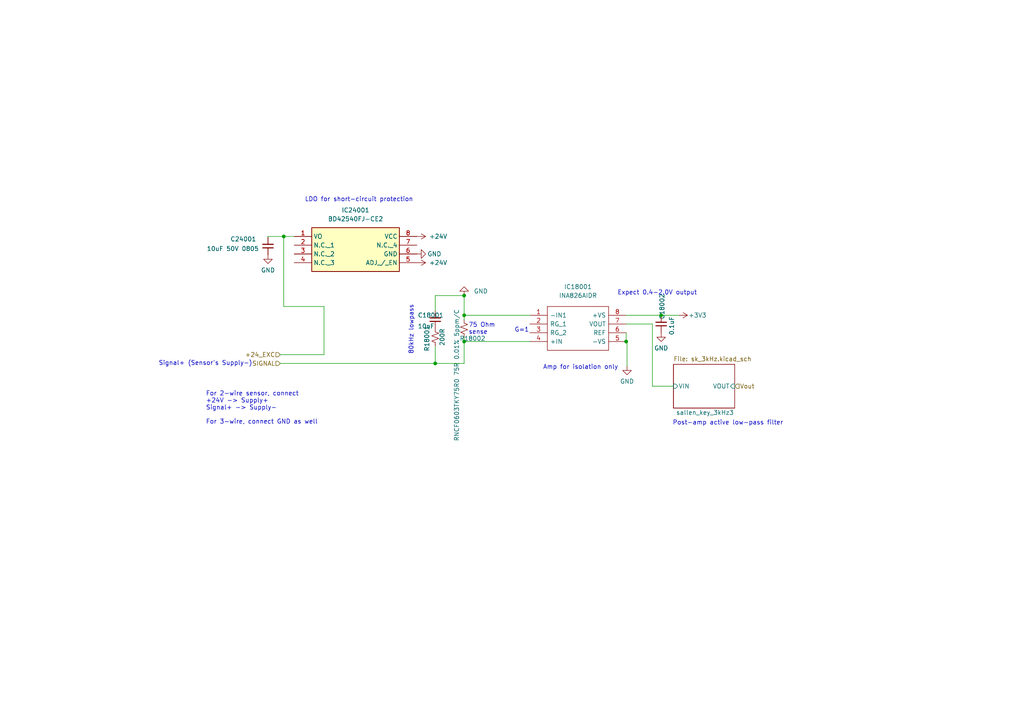
<source format=kicad_sch>
(kicad_sch (version 20231120) (generator "eeschema") (generator_version "8.0")
  (paper "A4")
  (lib_symbols
    (symbol "Device:C_Small" (pin_numbers hide) (pin_names (offset 0.254) hide)
      (property "Reference" "C" (at 0.254 1.778 0))
      (property "Value" "C_Small" (at 0.254 -2.032 0))
      (symbol "C_Small_0_1"
        (polyline (pts (xy -1.524 -0.508) (xy 1.524 -0.508)) (stroke (width 0.3302)))
        (polyline (pts (xy -1.524 0.508) (xy 1.524 0.508)) (stroke (width 0.3048)))
      )
      (symbol "C_Small_1_1"
        (pin passive line (at 0 2.54 270) (length 2.032) (name "~") (number "1"))
        (pin passive line (at 0 -2.54 90) (length 2.032) (name "~") (number "2"))
      )
    )
    (symbol "Device:R_Small_US" (pin_numbers hide) (pin_names (offset 0.254) hide)
      (property "Reference" "R" (at 0.762 0.508 0))
      (property "Value" "R_Small_US" (at 0.762 -1.016 0))
      (symbol "R_Small_US_1_1"
        (polyline (pts (xy 0 0) (xy 1.016 -0.381) (xy 0 -0.762) (xy -1.016 -1.143) (xy 0 -1.524)))
        (polyline (pts (xy 0 1.524) (xy 1.016 1.143) (xy 0 0.762) (xy -1.016 0.381) (xy 0 0)))
        (pin passive line (at 0 2.54 270) (length 1.016) (name "~") (number "1"))
        (pin passive line (at 0 -2.54 90) (length 1.016) (name "~") (number "2"))
      )
    )
    (symbol "aaa:BD42540FJ-CE2"
      (property "Reference" "IC" (at 31.75 7.62 0))
      (property "Value" "BD42540FJ-CE2" (at 31.75 5.08 0))
      (symbol "BD42540FJ-CE2_1_1"
        (rectangle (start 5.08 2.54) (end 30.48 -10.16) (stroke (width 0.254)) (fill (type background)))
        (pin passive line (at 0 0 0) (length 5.08) (name "VO") (number "1"))
        (pin passive line (at 0 -2.54 0) (length 5.08) (name "N.C._1") (number "2"))
        (pin passive line (at 0 -5.08 0) (length 5.08) (name "N.C._2") (number "3"))
        (pin passive line (at 0 -7.62 0) (length 5.08) (name "N.C._3") (number "4"))
        (pin passive line (at 35.56 -7.62 180) (length 5.08) (name "ADJ_/_EN") (number "5"))
        (pin passive line (at 35.56 -5.08 180) (length 5.08) (name "GND") (number "6"))
        (pin passive line (at 35.56 -2.54 180) (length 5.08) (name "N.C._4") (number "7"))
        (pin passive line (at 35.56 0 180) (length 5.08) (name "VCC") (number "8"))
      )
    )
    (symbol "aaa:INA826AIDR" (pin_names (offset 0.762))
      (property "Reference" "IC" (at 24.13 7.62 0))
      (property "Value" "INA826AIDR" (at 24.13 5.08 0))
      (symbol "INA826AIDR_0_0"
        (pin passive line (at 0 0 0) (length 5.08) (name "-IN1") (number "1"))
        (pin passive line (at 0 -2.54 0) (length 5.08) (name "RG_1") (number "2"))
        (pin passive line (at 0 -5.08 0) (length 5.08) (name "RG_2") (number "3"))
        (pin passive line (at 0 -7.62 0) (length 5.08) (name "+IN") (number "4"))
        (pin passive line (at 27.94 -7.62 180) (length 5.08) (name "-VS") (number "5"))
        (pin passive line (at 27.94 -5.08 180) (length 5.08) (name "REF") (number "6"))
        (pin passive line (at 27.94 -2.54 180) (length 5.08) (name "VOUT") (number "7"))
        (pin passive line (at 27.94 0 180) (length 5.08) (name "+VS") (number "8"))
      )
      (symbol "INA826AIDR_0_1"
        (polyline (pts (xy 5.08 2.54) (xy 22.86 2.54) (xy 22.86 -10.16) (xy 5.08 -10.16) (xy 5.08 2.54)) (stroke (width 0.1524)))
      )
    )
    (symbol "power:+24V" (power) (pin_names (offset 0))
      (property "Value" "+24V" (at 0 3.556 0))
      (symbol "+24V_0_1"
        (polyline (pts (xy -0.762 1.27) (xy 0 2.54)))
        (polyline (pts (xy 0 0) (xy 0 2.54)))
        (polyline (pts (xy 0 2.54) (xy 0.762 1.27)))
      )
      (symbol "+24V_1_1"
        (pin power_in line (at 0 0 90) (length 0) hide (name "+24V") (number "1"))
      )
    )
    (symbol "power:+3V3" (power) (pin_numbers hide) (pin_names (offset 0) hide)
      (property "Value" "+3V3" (at 0 3.556 0))
      (symbol "+3V3_0_1"
        (polyline (pts (xy -0.762 1.27) (xy 0 2.54)))
        (polyline (pts (xy 0 0) (xy 0 2.54)))
        (polyline (pts (xy 0 2.54) (xy 0.762 1.27)))
      )
      (symbol "+3V3_1_1"
        (pin power_in line (at 0 0 90) (length 0) (name "~") (number "1"))
      )
    )
    (symbol "power:GND" (power) (pin_names (offset 0))
      (property "Value" "GND" (at 0 -3.81 0))
      (symbol "GND_0_1"
        (polyline (pts (xy 0 0) (xy 0 -1.27) (xy 1.27 -1.27) (xy 0 -2.54) (xy -1.27 -1.27) (xy 0 -1.27)))
      )
      (symbol "GND_1_1"
        (pin power_in line (at 0 0 270) (length 0) hide (name "GND") (number "1"))
      )
    )
  )
  (junction (at 191.77 91.44))
  (junction (at 181.61 99.06))
  (junction (at 134.62 99.06))
  (junction (at 134.62 85.725))
  (junction (at 126.238 105.41))
  (junction (at 82.296 68.58))
  (junction (at 134.62 91.44))
  (wire (pts (xy 181.864 99.06) (xy 181.61 99.06)))
  (wire (pts (xy 126.238 105.41) (xy 134.62 105.41)))
  (wire (pts (xy 126.238 85.725) (xy 134.62 85.725)))
  (wire (pts (xy 126.238 100.33) (xy 126.238 105.41)))
  (wire (pts (xy 82.296 88.9) (xy 93.98 88.9)))
  (wire (pts (xy 93.98 88.9) (xy 93.98 102.87)))
  (wire (pts (xy 81.28 105.41) (xy 126.238 105.41)))
  (wire (pts (xy 195.326 112.014) (xy 189.23 112.014)))
  (wire (pts (xy 82.296 68.58) (xy 82.296 88.9)))
  (wire (pts (xy 77.724 68.834) (xy 77.724 68.58)))
  (wire (pts (xy 181.61 96.52) (xy 181.61 99.06)))
  (wire (pts (xy 181.61 91.44) (xy 191.77 91.44)))
  (wire (pts (xy 189.23 112.014) (xy 189.23 93.98)))
  (wire (pts (xy 181.864 99.06) (xy 181.864 106.172)))
  (wire (pts (xy 191.77 91.44) (xy 196.85 91.44)))
  (wire (pts (xy 134.62 91.44) (xy 134.62 85.725)))
  (wire (pts (xy 134.62 99.06) (xy 153.67 99.06)))
  (wire (pts (xy 134.62 91.44) (xy 134.62 92.71)))
  (wire (pts (xy 134.62 99.06) (xy 134.62 105.41)))
  (wire (pts (xy 134.62 91.44) (xy 153.67 91.44)))
  (wire (pts (xy 181.61 93.98) (xy 189.23 93.98)))
  (wire (pts (xy 77.724 68.58) (xy 82.296 68.58)))
  (wire (pts (xy 85.344 68.58) (xy 82.296 68.58)))
  (wire (pts (xy 93.98 102.87) (xy 81.28 102.87)))
  (wire (pts (xy 126.238 90.17) (xy 126.238 85.725)))
  (wire (pts (xy 134.62 97.79) (xy 134.62 99.06)))
  (text "Signal+ (Sensor's Supply-)" (at 45.974 106.172 0) (effects (font (size 1.27 1.27)) (justify left bottom)))
  (text "For 2-wire sensor, connect\n+24V -> Supply+\nSignal+ -> Supply-\n\nFor 3-wire, connect GND as well" (at 59.69 123.19 0) (effects (font (size 1.27 1.27)) (justify left bottom)))
  (text "LDO for short-circuit protection" (at 88.392 58.674 0) (effects (font (size 1.27 1.27)) (justify left bottom)))
  (text "80kHz lowpass" (at 120.015 102.87 90) (effects (font (size 1.27 1.27)) (justify left bottom)))
  (text "75 Ohm\nsense" (at 135.89 97.155 0) (effects (font (size 1.27 1.27)) (justify left bottom)))
  (text "G=1" (at 149.225 96.52 0) (effects (font (size 1.27 1.27)) (justify left bottom)))
  (text "Post-amp active low-pass filter" (at 195.072 123.444 0) (effects (font (size 1.27 1.27)) (justify left bottom)))
  (text "Expect 0.4-2.0V output" (at 179.07 85.725 0) (effects (font (size 1.27 1.27)) (justify left bottom)))
  (text "Amp for isolation only" (at 157.48 107.315 0) (effects (font (size 1.27 1.27)) (justify left bottom)))
  (hierarchical_label "+24_EXC" (shape input) (at 81.28 102.87 180))
  (hierarchical_label "Vout" (shape input) (at 213.106 112.014 0))
  (hierarchical_label "SIGNAL" (shape input) (at 81.28 105.41 180))
  (symbol (lib_id "Device:C_Small") (at 126.238 92.71 180) (unit 1)
    (property "Reference" "C18001" (at 121.158 91.44 0) (effects (justify right)))
    (property "Value" "10nF" (at 121.158 94.615 0) (effects (justify right)))
    (property "Footprint" "Capacitor_SMD:C_0402_1005Metric" (effects (hide yes)))
    (property "LCSC" "C15195" (effects (hide yes)))
    (instances (project "simplicity_analog_1" (path "" (reference "C18001") (unit 1)) (path "" (reference "C14001") (unit 1)) (path "" (reference "C11001") (unit 1)) (path "" (reference "C22001") (unit 1))) (project "analog_frontend_panel" (path "" (reference "C31") (unit 1)) (path "" (reference "C28") (unit 1)) (path "" (reference "C25") (unit 1)) (path "" (reference "C34") (unit 1))))
  )
  (symbol (lib_id "Device:R_Small_US") (at 134.62 95.25 0) (unit 1)
    (property "Reference" "R18002" (at 140.843 98.171 0) (effects (justify right)))
    (property "Value" "RNCF0603TKY75R0 75R 0.01% 5ppm/C" (at 132.461 89.662 90) (effects (justify right)))
    (property "Footprint" "Resistor_SMD:R_0603_1608Metric" (effects (hide yes)))
    (property "LCSC" "C2482496" (effects (hide yes)))
    (instances (project "simplicity_analog_1" (path "" (reference "R18002") (unit 1)) (path "" (reference "R14002") (unit 1)) (path "" (reference "R11002") (unit 1)) (path "" (reference "R22002") (unit 1))) (project "analog_frontend_panel" (path "" (reference "R27") (unit 1)) (path "" (reference "R25") (unit 1)) (path "" (reference "R23") (unit 1)) (path "" (reference "R29") (unit 1))))
  )
  (symbol (lib_id "power:GND") (at 181.864 106.172 0) (unit 1)
    (property "Reference" "#PWR018004" (effects (hide yes)))
    (property "Value" "GND" (at 181.864 110.617 0))
    (instances (project "simplicity_analog_1" (path "" (reference "#PWR018004") (unit 1)) (path "" (reference "#PWR014004") (unit 1)) (path "" (reference "#PWR011004") (unit 1)) (path "" (reference "#PWR022004") (unit 1))) (project "analog_frontend_panel" (path "" (reference "#PWR058") (unit 1)) (path "" (reference "#PWR052") (unit 1)) (path "" (reference "#PWR046") (unit 1)) (path "" (reference "#PWR064") (unit 1))))
  )
  (symbol (lib_id "Device:C_Small") (at 191.77 93.98 180) (unit 1)
    (property "Reference" "C18002" (at 192.024 88.9 90))
    (property "Value" "0.1uF" (at 194.818 94.488 90))
    (property "Footprint" "Capacitor_SMD:C_0402_1005Metric" (effects (hide yes)))
    (instances (project "simplicity_analog_1" (path "" (reference "C18002") (unit 1)) (path "" (reference "C14002") (unit 1)) (path "" (reference "C11002") (unit 1)) (path "" (reference "C22002") (unit 1))) (project "analog_frontend_panel" (path "" (reference "C32") (unit 1)) (path "" (reference "C29") (unit 1)) (path "" (reference "C26") (unit 1)) (path "" (reference "C35") (unit 1))))
  )
  (symbol (lib_id "Device:R_Small_US") (at 126.238 97.79 0) (unit 1)
    (property "Reference" "R18001" (at 123.825 98.171 90))
    (property "Value" "200R" (at 128.27 97.79 90))
    (property "Footprint" "Resistor_SMD:R_0402_1005Metric" (effects (hide yes)))
    (property "LCSC" "C25087" (effects (hide yes)))
    (instances (project "simplicity_analog_1" (path "" (reference "R18001") (unit 1)) (path "" (reference "R14001") (unit 1)) (path "" (reference "R11001") (unit 1)) (path "" (reference "R22001") (unit 1))) (project "analog_frontend_panel" (path "" (reference "R26") (unit 1)) (path "" (reference "R24") (unit 1)) (path "" (reference "R22") (unit 1)) (path "" (reference "R28") (unit 1))))
  )
  (symbol (lib_id "power:+24V") (at 120.904 68.58 270) (unit 1)
    (property "Reference" "#PWR024001" (effects (hide yes)))
    (property "Value" "+24V" (at 124.46 68.5799 90) (effects (justify left)))
    (instances (project "simplicity_analog_1" (path "" (reference "#PWR024001") (unit 1)) (path "" (reference "#PWR020001") (unit 1)) (path "" (reference "#PWR017017") (unit 1)) (path "" (reference "#PWR028001") (unit 1))) (project "" (path "" (reference "#PWR0187") (unit 1)) (path "" (reference "#PWR0184") (unit 1)) (path "" (reference "#PWR032001") (unit 1)) (path "" (reference "#PWR0190") (unit 1))))
  )
  (symbol (lib_id "power:GND") (at 120.904 73.66 90) (unit 1)
    (property "Reference" "#PWR024002" (effects (hide yes)))
    (property "Value" "GND" (at 123.952 73.66 90) (effects (justify right)))
    (instances (project "simplicity_analog_1" (path "" (reference "#PWR024002") (unit 1)) (path "" (reference "#PWR020002") (unit 1)) (path "" (reference "#PWR017018") (unit 1)) (path "" (reference "#PWR028002") (unit 1))) (project "" (path "" (reference "#PWR0186") (unit 1)) (path "" (reference "#PWR0183") (unit 1)) (path "" (reference "#PWR032002") (unit 1)) (path "" (reference "#PWR0189") (unit 1))))
  )
  (symbol (lib_id "power:+3V3") (at 196.85 91.44 270) (unit 1)
    (property "Reference" "#PWR194" (effects (hide yes)))
    (property "Value" "+3V3" (at 199.644 91.44 90) (effects (justify left)))
    (property "Description" "Power symbol creates a global label with name \"+3V3\"" (effects (hide yes)))
    (instances (project "analog_i" (path "" (reference "#PWR194") (unit 1)) (path "" (reference "#PWR199") (unit 1)) (path "" (reference "#PWR204") (unit 1)) (path "" (reference "#PWR189") (unit 1))) (project "analog_frontend_panel" (path "" (reference "#PWR12001") (unit 1)) (path "" (reference "#PWR11004") (unit 1)) (path "" (reference "#PWR10001") (unit 1)) (path "" (reference "#PWR13001") (unit 1))))
  )
  (symbol (lib_id "power:GND") (at 77.724 73.914 0) (unit 1)
    (property "Reference" "#PWR024003" (effects (hide yes)))
    (property "Value" "GND" (at 77.724 78.359 0))
    (instances (project "simplicity_analog_1" (path "" (reference "#PWR024003") (unit 1)) (path "" (reference "#PWR020003") (unit 1)) (path "" (reference "#PWR017019") (unit 1)) (path "" (reference "#PWR028003") (unit 1))) (project "" (path "" (reference "#PWR0185") (unit 1)) (path "" (reference "#PWR0182") (unit 1)) (path "" (reference "#PWR032003") (unit 1)) (path "" (reference "#PWR0188") (unit 1))))
  )
  (symbol (lib_id "power:GND") (at 191.77 96.52 0) (unit 1)
    (property "Reference" "#PWR018006" (effects (hide yes)))
    (property "Value" "GND" (at 191.77 100.965 0))
    (instances (project "simplicity_analog_1" (path "" (reference "#PWR018006") (unit 1)) (path "" (reference "#PWR014006") (unit 1)) (path "" (reference "#PWR011006") (unit 1)) (path "" (reference "#PWR022006") (unit 1))) (project "analog_frontend_panel" (path "" (reference "#PWR060") (unit 1)) (path "" (reference "#PWR054") (unit 1)) (path "" (reference "#PWR048") (unit 1)) (path "" (reference "#PWR066") (unit 1))))
  )
  (symbol (lib_id "power:GND") (at 134.62 85.725 180) (unit 1)
    (property "Reference" "#PWR018003" (effects (hide yes)))
    (property "Value" "GND" (at 137.414 84.4549 0) (effects (justify right)))
    (instances (project "simplicity_analog_1" (path "" (reference "#PWR018003") (unit 1)) (path "" (reference "#PWR014003") (unit 1)) (path "" (reference "#PWR011003") (unit 1)) (path "" (reference "#PWR022003") (unit 1))) (project "analog_frontend_panel" (path "" (reference "#PWR057") (unit 1)) (path "" (reference "#PWR051") (unit 1)) (path "" (reference "#PWR045") (unit 1)) (path "" (reference "#PWR063") (unit 1))))
  )
  (symbol (lib_id "aaa:BD42540FJ-CE2") (at 85.344 68.58 0) (unit 1)
    (property "Reference" "IC24001" (at 103.124 60.96 0))
    (property "Value" "BD42540FJ-CE2" (at 103.124 63.5 0))
    (property "Footprint" "aaa:SOIC127P600X175-8N" (effects (hide yes)))
    (property "Datasheet" "https://4donline.ihs.com/images/VipMasterIC/IC/ROHM/ROHM-S-A0002355662/ROHM-S-A0002355662-1.pdf?hkey=EF798316E3902B6ED9A73243A3159BB0" (effects (hide yes)))
    (property "Description" "Supervisory Circuits 3-42V SOP-J8 12A LDO Regulator" (effects (hide yes)))
    (property "Height" "1.65" (effects (hide yes)))
    (property "Manufacturer_Name" "ROHM Semiconductor" (effects (hide yes)))
    (property "Manufacturer_Part_Number" "BD42540FJ-CE2" (effects (hide yes)))
    (property "Mouser Part Number" "755-BD42540FJ-CE2" (effects (hide yes)))
    (property "Mouser Price/Stock" "https://www.mouser.co.uk/ProductDetail/ROHM-Semiconductor/BD42540FJ-CE2?qs=zGux8KhMp6JowApuEUgCTw%3D%3D" (effects (hide yes)))
    (property "LCSC" "C308591" (effects (hide yes)))
    (instances (project "" (path "" (reference "IC24001") (unit 1)) (path "" (reference "IC20001") (unit 1)) (path "" (reference "IC17004") (unit 1)) (path "" (reference "IC28001") (unit 1))) (project "" (path "" (reference "IC34001") (unit 1)) (path "" (reference "IC33001") (unit 1)) (path "" (reference "IC32001") (unit 1)) (path "" (reference "IC35001") (unit 1))))
  )
  (symbol (lib_id "Device:C_Small") (at 77.724 71.374 180) (unit 1)
    (property "Reference" "C24001" (at 66.802 69.342 0) (effects (justify right)))
    (property "Value" "10uF 50V 0805" (at 59.944 72.136 0) (effects (justify right)))
    (property "Footprint" "Capacitor_SMD:C_0805_2012Metric" (effects (hide yes)))
    (property "LCSC" "C440198" (effects (hide yes)))
    (instances (project "simplicity_analog_1" (path "" (reference "C24001") (unit 1)) (path "" (reference "C20001") (unit 1)) (path "" (reference "C17008") (unit 1)) (path "" (reference "C28001") (unit 1))) (project "" (path "" (reference "C34001") (unit 1)) (path "" (reference "C33001") (unit 1)) (path "" (reference "C32001") (unit 1)) (path "" (reference "C35001") (unit 1))))
  )
  (symbol (lib_id "power:+24V") (at 120.904 76.2 270) (unit 1)
    (property "Reference" "#PWR10002" (effects (hide yes)))
    (property "Value" "+24V" (at 124.46 76.1999 90) (effects (justify left)))
    (instances (project "analog_frontend_panel" (path "" (reference "#PWR12002") (unit 1)) (path "" (reference "#PWR11001") (unit 1)) (path "" (reference "#PWR10002") (unit 1)) (path "" (reference "#PWR13002") (unit 1))))
  )
  (symbol (lib_id "aaa:INA826AIDR") (at 153.67 91.44 0) (unit 1)
    (property "Reference" "IC18001" (at 167.64 83.185 0))
    (property "Value" "INA826AIDR" (at 167.64 85.725 0))
    (property "Footprint" "aaa:SOIC127P600X175-8N" (effects (hide yes)))
    (property "Datasheet" "http://www.ti.com/lit/gpn/ina826" (effects (hide yes)))
    (property "Description" "Precision, 200-uA Supply Current, 36-V Supply Instrumentation Amplifier" (effects (hide yes)))
    (property "Height" "1.75" (effects (hide yes)))
    (property "Manufacturer_Name" "Texas Instruments" (effects (hide yes)))
    (property "Manufacturer_Part_Number" "INA826AIDR" (effects (hide yes)))
    (property "Mouser Part Number" "595-INA826AIDR" (effects (hide yes)))
    (property "Mouser Price/Stock" "https://www.mouser.co.uk/ProductDetail/Texas-Instruments/INA826AIDR?qs=RqytGdBYyUFuQNJtlkA6aQ%3D%3D" (effects (hide yes)))
    (property "Arrow Part Number" "INA826AIDR" (effects (hide yes)))
    (property "Arrow Price/Stock" "https://www.arrow.com/en/products/ina826aidr/texas-instruments?region=nac" (effects (hide yes)))
    (property "LCSC" "C38433" (effects (hide yes)))
    (instances (project "simplicity_analog_1" (path "" (reference "IC18001") (unit 1)) (path "" (reference "IC14001") (unit 1)) (path "" (reference "IC11001") (unit 1)) (path "" (reference "IC22001") (unit 1))) (project "analog_frontend_panel" (path "" (reference "IC7") (unit 1)) (path "" (reference "IC6") (unit 1)) (path "" (reference "IC5") (unit 1)) (path "" (reference "IC8") (unit 1))))
  )
  (sheet (at 195.326 105.664) (size 17.78 12.7) (stroke (width 0.1524))
    (property "Sheetname" "sallen_key_3kHz3" (at 196.088 120.396 0) (effects (justify left bottom)))
    (property "Sheetfile" "sk_3kHz.kicad_sch" (at 195.326 103.378 0) (effects (justify left top)))
    (pin "VIN" input (at 195.326 112.014 180))
    (pin "VOUT" input (at 213.106 112.014 0))
  )
)
</source>
